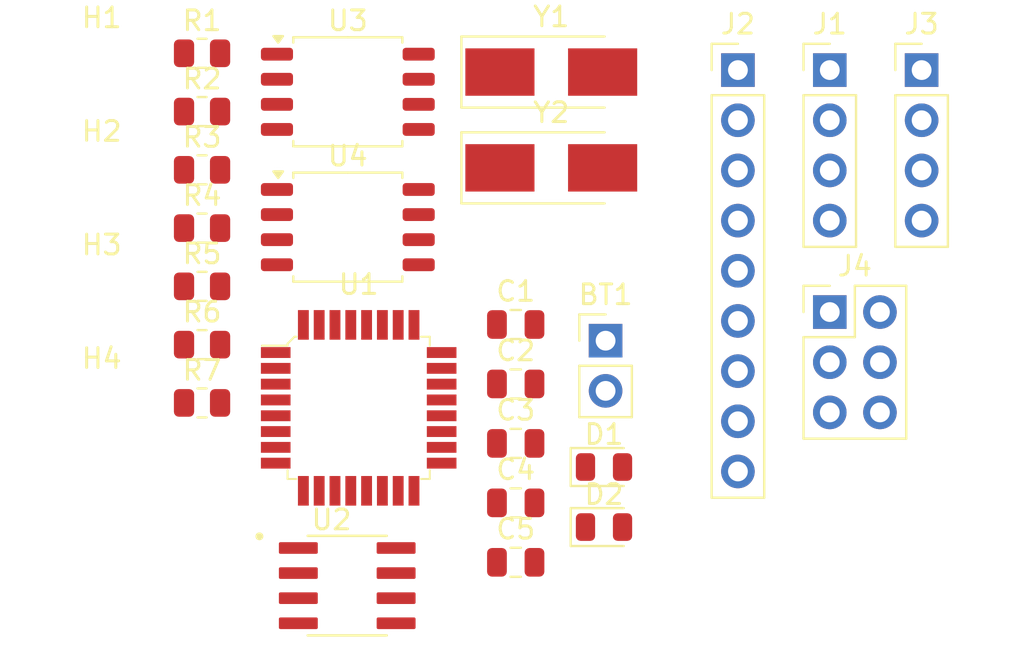
<source format=kicad_pcb>
(kicad_pcb (version 20241229) (generator "pcbnew") (generator_version "9.0")
  (title_block (title "${Project_name}") (date "2026-01-16") (rev "1") (comment 1 "2-layer PCB"))
  (layers (0 "F.Cu" signal) (2 "B.Cu" signal) (13 "F.Paste" user) (15 "B.Paste" user) (5 "F.SilkS" user "F.Silkscreen") (7 "B.SilkS" user "B.Silkscreen") (1 "F.Mask" user) (3 "B.Mask" user) (25 "Edge.Cuts" user))
  (property "Project_name" "MCU Datalogger with memory and clock")
  (net 0 "")
  (net 1 "Net-(BT1-+)")
  (net 2 "GND")
  (net 3 "/Vcc")
  (net 4 "Net-(U1-PB6)")
  (net 5 "Net-(U1-PB7)")
  (net 6 "Net-(U1-AREF)")
  (net 7 "/SCK")
  (net 8 "Net-(D1-K)")
  (net 9 "Net-(D2-K)")
  (net 10 "/SDA")
  (net 11 "/SCL")
  (net 12 "/D4")
  (net 13 "/D3")
  (net 14 "/D6")
  (net 15 "/D2")
  (net 16 "/D8")
  (net 17 "/D7")
  (net 18 "/D5")
  (net 19 "/TX")
  (net 20 "/RX")
  (net 21 "/MOSI")
  (net 22 "/MISO")
  (net 23 "/RESET")
  (net 24 "Net-(U2-~{INTA})")
  (net 25 "Net-(U2-SQW{slash}~INT)")
  (net 35 "Net-(U2-X1)")
  (net 36 "Net-(U2-X2)")
  (footprint "digikey-footprints:TQFP-32_7x7mm" (layer "F.Cu") (at 143.11 94.77)
    (property "Reference" "U1" (at 0 -6.25 0) (layer "F.SilkS"))
    (property "Value" "ATMEGA328P-AU")
    (fp_line (start -3.6 -3.25) (end -3.6 -3.15) (stroke (width 0.1)) (layer "F.SilkS"))
    (fp_line (start -3.6 -3.15) (end -4.9 -3.15) (stroke (width 0.1)) (layer "F.SilkS"))
    (fp_line (start -3.6 3.6) (end -3.6 3.15) (stroke (width 0.1)) (layer "F.SilkS"))
    (fp_line (start -3.6 3.6) (end -3.15 3.6) (stroke (width 0.1)) (layer "F.SilkS"))
    (fp_line (start -3.25 -3.6) (end -3.6 -3.25) (stroke (width 0.1)) (layer "F.SilkS"))
    (fp_line (start -3.15 -3.6) (end -3.25 -3.6) (stroke (width 0.1)) (layer "F.SilkS"))
    (fp_line (start 3.6 -3.6) (end 3.15 -3.6) (stroke (width 0.1)) (layer "F.SilkS"))
    (fp_line (start 3.6 -3.6) (end 3.6 -3.15) (stroke (width 0.1)) (layer "F.SilkS"))
    (fp_line (start 3.6 3.6) (end 3.15 3.6) (stroke (width 0.1)) (layer "F.SilkS"))
    (fp_line (start 3.6 3.6) (end 3.6 3.15) (stroke (width 0.1)) (layer "F.SilkS"))
    (pad "1" smd rect (at -4.2 -2.8) (size 1.5 0.55) (layers "F.Cu" "F.Mask" "F.Paste") (net 13 "/D3"))
    (pad "2" smd rect (at -4.2 -2) (size 1.5 0.55) (layers "F.Cu" "F.Mask" "F.Paste") (net 12 "/D4"))
    (pad "3" smd rect (at -4.2 -1.2) (size 1.5 0.55) (layers "F.Cu" "F.Mask" "F.Paste") (net 2 "GND"))
    (pad "4" smd rect (at -4.2 -0.4) (size 1.5 0.55) (layers "F.Cu" "F.Mask" "F.Paste") (net 1 "Net-(BT1-+)"))
    (pad "5" smd rect (at -4.2 0.4) (size 1.5 0.55) (layers "F.Cu" "F.Mask" "F.Paste") (net 2 "GND"))
    (pad "6" smd rect (at -4.2 1.2) (size 1.5 0.55) (layers "F.Cu" "F.Mask" "F.Paste"))
    (pad "7" smd rect (at -4.2 2) (size 1.5 0.55) (layers "F.Cu" "F.Mask" "F.Paste") (net 4 "Net-(U1-PB6)"))
    (pad "8" smd rect (at -4.2 2.8) (size 1.5 0.55) (layers "F.Cu" "F.Mask" "F.Paste") (net 5 "Net-(U1-PB7)"))
    (pad "9" smd rect (at -2.8 4.2) (size 0.55 1.5) (layers "F.Cu" "F.Mask" "F.Paste") (net 18 "/D5"))
    (pad "10" smd rect (at -2 4.2) (size 0.55 1.5) (layers "F.Cu" "F.Mask" "F.Paste") (net 14 "/D6"))
    (pad "11" smd rect (at -1.2 4.2) (size 0.55 1.5) (layers "F.Cu" "F.Mask" "F.Paste") (net 17 "/D7"))
    (pad "12" smd rect (at -0.4 4.2) (size 0.55 1.5) (layers "F.Cu" "F.Mask" "F.Paste") (net 16 "/D8"))
    (pad "13" smd rect (at 0.4 4.2) (size 0.55 1.5) (layers "F.Cu" "F.Mask" "F.Paste"))
    (pad "14" smd rect (at 1.2 4.2) (size 0.55 1.5) (layers "F.Cu" "F.Mask" "F.Paste"))
    (pad "15" smd rect (at 2 4.2) (size 0.55 1.5) (layers "F.Cu" "F.Mask" "F.Paste") (net 21 "/MOSI"))
    (pad "16" smd rect (at 2.8 4.2) (size 0.55 1.5) (layers "F.Cu" "F.Mask" "F.Paste") (net 22 "/MISO"))
    (pad "17" smd rect (at 4.2 2.8) (size 1.5 0.55) (layers "F.Cu" "F.Mask" "F.Paste") (net 7 "/SCK"))
    (pad "18" smd rect (at 4.2 2) (size 1.5 0.55) (layers "F.Cu" "F.Mask" "F.Paste") (net 1 "Net-(BT1-+)"))
    (pad "19" smd rect (at 4.2 1.2) (size 1.5 0.55) (layers "F.Cu" "F.Mask" "F.Paste"))
    (pad "20" smd rect (at 4.2 0.4) (size 1.5 0.55) (layers "F.Cu" "F.Mask" "F.Paste") (net 6 "Net-(U1-AREF)"))
    (pad "21" smd rect (at 4.2 -0.4) (size 1.5 0.55) (layers "F.Cu" "F.Mask" "F.Paste") (net 2 "GND"))
    (pad "22" smd rect (at 4.2 -1.2) (size 1.5 0.55) (layers "F.Cu" "F.Mask" "F.Paste"))
    (pad "23" smd rect (at 4.2 -2) (size 1.5 0.55) (layers "F.Cu" "F.Mask" "F.Paste"))
    (pad "24" smd rect (at 4.2 -2.8) (size 1.5 0.55) (layers "F.Cu" "F.Mask" "F.Paste"))
    (pad "25" smd rect (at 2.8 -4.2) (size 0.55 1.5) (layers "F.Cu" "F.Mask" "F.Paste"))
    (pad "26" smd rect (at 2 -4.2) (size 0.55 1.5) (layers "F.Cu" "F.Mask" "F.Paste"))
    (pad "27" smd rect (at 1.2 -4.2) (size 0.55 1.5) (layers "F.Cu" "F.Mask" "F.Paste") (net 10 "/SDA"))
    (pad "28" smd rect (at 0.4 -4.2) (size 0.55 1.5) (layers "F.Cu" "F.Mask" "F.Paste") (net 11 "/SCL"))
    (pad "29" smd rect (at -0.4 -4.2) (size 0.55 1.5) (layers "F.Cu" "F.Mask" "F.Paste") (net 23 "/RESET"))
    (pad "30" smd rect (at -1.2 -4.2) (size 0.55 1.5) (layers "F.Cu" "F.Mask" "F.Paste") (net 20 "/RX"))
    (pad "31" smd rect (at -2 -4.2) (size 0.55 1.5) (layers "F.Cu" "F.Mask" "F.Paste") (net 19 "/TX"))
    (pad "32" smd rect (at -2.8 -4.2) (size 0.55 1.5) (layers "F.Cu" "F.Mask" "F.Paste") (net 15 "/D2"))
  )
  (footprint "Connector_PinHeader_2.54mm:PinHeader_1x02_P2.54mm_Vertical" (layer "F.Cu") (at 155.61 91.37)
    (property "Reference" "BT1" (at 0 -2.33 0) (layer "F.SilkS"))
    (property "Value" "Battery")
    (fp_line (start -1.33 -1.33) (end 0 -1.33) (stroke (width 0.12)) (layer "F.SilkS"))
    (fp_line (start -1.33 0) (end -1.33 -1.33) (stroke (width 0.12)) (layer "F.SilkS"))
    (fp_line (start -1.33 1.27) (end -1.33 3.87) (stroke (width 0.12)) (layer "F.SilkS"))
    (fp_line (start -1.33 1.27) (end 1.33 1.27) (stroke (width 0.12)) (layer "F.SilkS"))
    (fp_line (start -1.33 3.87) (end 1.33 3.87) (stroke (width 0.12)) (layer "F.SilkS"))
    (fp_line (start 1.33 1.27) (end 1.33 3.87) (stroke (width 0.12)) (layer "F.SilkS"))
    (pad "1" thru_hole rect (at 0 0) (size 1.7 1.7) (drill 1) (layers "*.Cu" "*.Mask") (net 1 "Net-(BT1-+)"))
    (pad "2" thru_hole oval (at 0 2.54) (size 1.7 1.7) (drill 1) (layers "*.Cu" "*.Mask") (net 2 "GND"))
  )
  (footprint "MountingHole:MountingHole_2.1mm" (layer "F.Cu") (at 130.1 83.97)
    (property "Reference" "H2" (at 0 -3.2 0) (layer "F.SilkS"))
    (property "Value" "MountingHole")
    (pad "" np_thru_hole circle (at 0 0) (size 2.1 2.1) (drill 2.1) (layers "*.Cu" "*.Mask"))
  )
  (footprint "Connector_PinHeader_2.54mm:PinHeader_1x09_P2.54mm_Vertical" (layer "F.Cu") (at 162.31 77.67)
    (property "Reference" "J2" (at 0 -2.33 0) (layer "F.SilkS"))
    (property "Value" "Conn_01x09")
    (fp_line (start -1.33 -1.33) (end 0 -1.33) (stroke (width 0.12)) (layer "F.SilkS"))
    (fp_line (start -1.33 0) (end -1.33 -1.33) (stroke (width 0.12)) (layer "F.SilkS"))
    (fp_line (start -1.33 1.27) (end -1.33 21.65) (stroke (width 0.12)) (layer "F.SilkS"))
    (fp_line (start -1.33 1.27) (end 1.33 1.27) (stroke (width 0.12)) (layer "F.SilkS"))
    (fp_line (start -1.33 21.65) (end 1.33 21.65) (stroke (width 0.12)) (layer "F.SilkS"))
    (fp_line (start 1.33 1.27) (end 1.33 21.65) (stroke (width 0.12)) (layer "F.SilkS"))
    (pad "1" thru_hole rect (at 0 0) (size 1.7 1.7) (drill 1) (layers "*.Cu" "*.Mask") (net 15 "/D2"))
    (pad "2" thru_hole oval (at 0 2.54) (size 1.7 1.7) (drill 1) (layers "*.Cu" "*.Mask") (net 13 "/D3"))
    (pad "3" thru_hole oval (at 0 5.08) (size 1.7 1.7) (drill 1) (layers "*.Cu" "*.Mask") (net 12 "/D4"))
    (pad "4" thru_hole oval (at 0 7.62) (size 1.7 1.7) (drill 1) (layers "*.Cu" "*.Mask") (net 18 "/D5"))
    (pad "5" thru_hole oval (at 0 10.16) (size 1.7 1.7) (drill 1) (layers "*.Cu" "*.Mask") (net 14 "/D6"))
    (pad "6" thru_hole oval (at 0 12.7) (size 1.7 1.7) (drill 1) (layers "*.Cu" "*.Mask") (net 17 "/D7"))
    (pad "7" thru_hole oval (at 0 15.24) (size 1.7 1.7) (drill 1) (layers "*.Cu" "*.Mask") (net 16 "/D8"))
    (pad "8" thru_hole oval (at 0 17.78) (size 1.7 1.7) (drill 1) (layers "*.Cu" "*.Mask") (net 2 "GND"))
    (pad "9" thru_hole oval (at 0 20.32) (size 1.7 1.7) (drill 1) (layers "*.Cu" "*.Mask") (net 3 "/Vcc"))
  )
  (footprint "Connector_PinHeader_2.54mm:PinHeader_2x03_P2.54mm_Vertical" (layer "F.Cu") (at 166.96 89.92)
    (property "Reference" "J4" (at 1.27 -2.33 0) (layer "F.SilkS"))
    (property "Value" "Conn_02x03_Odd_Even")
    (fp_line (start -1.33 -1.33) (end 0 -1.33) (stroke (width 0.12)) (layer "F.SilkS"))
    (fp_line (start -1.33 0) (end -1.33 -1.33) (stroke (width 0.12)) (layer "F.SilkS"))
    (fp_line (start -1.33 1.27) (end -1.33 6.41) (stroke (width 0.12)) (layer "F.SilkS"))
    (fp_line (start -1.33 1.27) (end 1.27 1.27) (stroke (width 0.12)) (layer "F.SilkS"))
    (fp_line (start -1.33 6.41) (end 3.87 6.41) (stroke (width 0.12)) (layer "F.SilkS"))
    (fp_line (start 1.27 -1.33) (end 3.87 -1.33) (stroke (width 0.12)) (layer "F.SilkS"))
    (fp_line (start 1.27 1.27) (end 1.27 -1.33) (stroke (width 0.12)) (layer "F.SilkS"))
    (fp_line (start 3.87 -1.33) (end 3.87 6.41) (stroke (width 0.12)) (layer "F.SilkS"))
    (pad "1" thru_hole rect (at 0 0) (size 1.7 1.7) (drill 1) (layers "*.Cu" "*.Mask") (net 22 "/MISO"))
    (pad "2" thru_hole oval (at 2.54 0) (size 1.7 1.7) (drill 1) (layers "*.Cu" "*.Mask") (net 3 "/Vcc"))
    (pad "3" thru_hole oval (at 0 2.54) (size 1.7 1.7) (drill 1) (layers "*.Cu" "*.Mask") (net 7 "/SCK"))
    (pad "4" thru_hole oval (at 2.54 2.54) (size 1.7 1.7) (drill 1) (layers "*.Cu" "*.Mask") (net 21 "/MOSI"))
    (pad "5" thru_hole oval (at 0 5.08) (size 1.7 1.7) (drill 1) (layers "*.Cu" "*.Mask") (net 23 "/RESET"))
    (pad "6" thru_hole oval (at 2.54 5.08) (size 1.7 1.7) (drill 1) (layers "*.Cu" "*.Mask") (net 2 "GND"))
  )
  (footprint "Connector_PinHeader_2.54mm:PinHeader_1x04_P2.54mm_Vertical" (layer "F.Cu") (at 171.61 77.67)
    (property "Reference" "J3" (at 0 -2.33 0) (layer "F.SilkS"))
    (property "Value" "Conn_01x04")
    (fp_line (start -1.33 -1.33) (end 0 -1.33) (stroke (width 0.12)) (layer "F.SilkS"))
    (fp_line (start -1.33 0) (end -1.33 -1.33) (stroke (width 0.12)) (layer "F.SilkS"))
    (fp_line (start -1.33 1.27) (end -1.33 8.95) (stroke (width 0.12)) (layer "F.SilkS"))
    (fp_line (start -1.33 1.27) (end 1.33 1.27) (stroke (width 0.12)) (layer "F.SilkS"))
    (fp_line (start -1.33 8.95) (end 1.33 8.95) (stroke (width 0.12)) (layer "F.SilkS"))
    (fp_line (start 1.33 1.27) (end 1.33 8.95) (stroke (width 0.12)) (layer "F.SilkS"))
    (pad "1" thru_hole rect (at 0 0) (size 1.7 1.7) (drill 1) (layers "*.Cu" "*.Mask") (net 2 "GND"))
    (pad "2" thru_hole oval (at 0 2.54) (size 1.7 1.7) (drill 1) (layers "*.Cu" "*.Mask") (net 3 "/Vcc"))
    (pad "3" thru_hole oval (at 0 5.08) (size 1.7 1.7) (drill 1) (layers "*.Cu" "*.Mask") (net 20 "/RX"))
    (pad "4" thru_hole oval (at 0 7.62) (size 1.7 1.7) (drill 1) (layers "*.Cu" "*.Mask") (net 19 "/TX"))
  )
  (footprint "LED_SMD:LED_0805_2012Metric" (layer "F.Cu") (at 155.53 97.765)
    (property "Reference" "D1" (at 0 -1.65 0) (layer "F.SilkS"))
    (property "Value" "LED")
    (fp_line (start -1.685 -0.96) (end -1.685 0.96) (stroke (width 0.12)) (layer "F.SilkS"))
    (fp_line (start -1.685 0.96) (end 1 0.96) (stroke (width 0.12)) (layer "F.SilkS"))
    (fp_line (start 1 -0.96) (end -1.685 -0.96) (stroke (width 0.12)) (layer "F.SilkS"))
    (pad "1" smd roundrect (at -0.9375 0) (size 0.975 1.4) (layers "F.Cu" "F.Mask" "F.Paste") (net 8 "Net-(D1-K)"))
    (pad "2" smd roundrect (at 0.9375 0) (size 0.975 1.4) (layers "F.Cu" "F.Mask" "F.Paste") (net 7 "/SCK"))
  )
  (footprint "Crystal:Crystal_SMD_5032-2Pin_5.0x3.2mm_HandSoldering" (layer "F.Cu") (at 152.86 82.62)
    (property "Reference" "Y2" (at 0 -2.8 0) (layer "F.SilkS"))
    (property "Value" "16 MHz")
    (fp_line (start -4.55 -1.8) (end -4.55 1.8) (stroke (width 0.12)) (layer "F.SilkS"))
    (fp_line (start -4.55 1.8) (end 2.7 1.8) (stroke (width 0.12)) (layer "F.SilkS"))
    (fp_line (start 2.7 -1.8) (end -4.55 -1.8) (stroke (width 0.12)) (layer "F.SilkS"))
    (pad "1" smd rect (at -2.6 0) (size 3.5 2.4) (layers "F.Cu" "F.Mask" "F.Paste") (net 5 "Net-(U1-PB7)"))
    (pad "2" smd rect (at 2.6 0) (size 3.5 2.4) (layers "F.Cu" "F.Mask" "F.Paste") (net 4 "Net-(U1-PB6)"))
  )
  (footprint "Resistor_SMD:R_0805_2012Metric" (layer "F.Cu") (at 135.18 76.82)
    (property "Reference" "R1" (at 0 -1.65 0) (layer "F.SilkS"))
    (property "Value" "10K")
    (fp_line (start -0.227064 -0.735) (end 0.227064 -0.735) (stroke (width 0.12)) (layer "F.SilkS"))
    (fp_line (start -0.227064 0.735) (end 0.227064 0.735) (stroke (width 0.12)) (layer "F.SilkS"))
    (pad "1" smd roundrect (at -0.9125 0) (size 1.025 1.4) (layers "F.Cu" "F.Mask" "F.Paste") (roundrect_rratio 0.243902) (net 3 "/Vcc"))
    (pad "2" smd roundrect (at 0.9125 0) (size 1.025 1.4) (layers "F.Cu" "F.Mask" "F.Paste") (roundrect_rratio 0.243902) (net 24 "Net-(U2-~{INTA})"))
  )
  (footprint "Package_SO:SOIC-8_5.3x5.3mm_P1.27mm" (layer "F.Cu") (at 142.56 85.62)
    (property "Reference" "U4" (at 0 -3.6 0) (layer "F.SilkS"))
    (property "Value" "24LC1025")
    (fp_line (start -2.76 -2.76) (end -2.76 -2.49) (stroke (width 0.12)) (layer "F.SilkS"))
    (fp_line (start -2.76 2.76) (end -2.76 2.49) (stroke (width 0.12)) (layer "F.SilkS"))
    (fp_line (start 0 -2.76) (end -2.76 -2.76) (stroke (width 0.12)) (layer "F.SilkS"))
    (fp_line (start 0 -2.76) (end 2.76 -2.76) (stroke (width 0.12)) (layer "F.SilkS"))
    (fp_line (start 0 2.76) (end -2.76 2.76) (stroke (width 0.12)) (layer "F.SilkS"))
    (fp_line (start 0 2.76) (end 2.76 2.76) (stroke (width 0.12)) (layer "F.SilkS"))
    (fp_line (start 2.76 -2.76) (end 2.76 -2.49) (stroke (width 0.12)) (layer "F.SilkS"))
    (fp_line (start 2.76 2.76) (end 2.76 2.49) (stroke (width 0.12)) (layer "F.SilkS"))
    (fp_poly (pts (xy -3.525 -2.49) (xy -3.765 -2.82) (xy -3.285 -2.82) (xy -3.525 -2.49)) (stroke (width 0.12)) (fill yes) (layer "F.SilkS"))
    (pad "1" smd roundrect (at -3.5875 -1.905) (size 1.625 0.65) (layers "F.Cu" "F.Mask" "F.Paste") (net 3 "/Vcc"))
    (pad "2" smd roundrect (at -3.5875 -0.635) (size 1.625 0.65) (layers "F.Cu" "F.Mask" "F.Paste") (net 2 "GND"))
    (pad "3" smd roundrect (at -3.5875 0.635) (size 1.625 0.65) (layers "F.Cu" "F.Mask" "F.Paste") (net 3 "/Vcc"))
    (pad "4" smd roundrect (at -3.5875 1.905) (size 1.625 0.65) (layers "F.Cu" "F.Mask" "F.Paste") (net 2 "GND"))
    (pad "5" smd roundrect (at 3.5875 1.905) (size 1.625 0.65) (layers "F.Cu" "F.Mask" "F.Paste") (net 10 "/SDA"))
    (pad "6" smd roundrect (at 3.5875 0.635) (size 1.625 0.65) (layers "F.Cu" "F.Mask" "F.Paste") (net 11 "/SCL"))
    (pad "7" smd roundrect (at 3.5875 -0.635) (size 1.625 0.65) (layers "F.Cu" "F.Mask" "F.Paste") (net 2 "GND"))
    (pad "8" smd roundrect (at 3.5875 -1.905) (size 1.625 0.65) (layers "F.Cu" "F.Mask" "F.Paste") (net 3 "/Vcc"))
  )
  (footprint "MountingHole:MountingHole_2.1mm" (layer "F.Cu") (at 130.1 89.72)
    (property "Reference" "H3" (at 0 -3.2 0) (layer "F.SilkS"))
    (property "Value" "MountingHole")
    (pad "" np_thru_hole circle (at 0 0) (size 2.1 2.1) (drill 2.1) (layers "*.Cu" "*.Mask"))
  )
  (footprint "Resistor_SMD:R_0805_2012Metric" (layer "F.Cu") (at 135.18 85.67)
    (property "Reference" "R4" (at 0 -1.65 0) (layer "F.SilkS"))
    (property "Value" "4.7K")
    (fp_line (start -0.227064 -0.735) (end 0.227064 -0.735) (stroke (width 0.12)) (layer "F.SilkS"))
    (fp_line (start -0.227064 0.735) (end 0.227064 0.735) (stroke (width 0.12)) (layer "F.SilkS"))
    (pad "1" smd roundrect (at -0.9125 0) (size 1.025 1.4) (layers "F.Cu" "F.Mask" "F.Paste") (roundrect_rratio 0.243902) (net 3 "/Vcc"))
    (pad "2" smd roundrect (at 0.9125 0) (size 1.025 1.4) (layers "F.Cu" "F.Mask" "F.Paste") (roundrect_rratio 0.243902) (net 10 "/SDA"))
  )
  (footprint "Resistor_SMD:R_0805_2012Metric" (layer "F.Cu") (at 135.18 91.57)
    (property "Reference" "R6" (at 0 -1.65 0) (layer "F.SilkS"))
    (property "Value" "10K")
    (fp_line (start -0.227064 -0.735) (end 0.227064 -0.735) (stroke (width 0.12)) (layer "F.SilkS"))
    (fp_line (start -0.227064 0.735) (end 0.227064 0.735) (stroke (width 0.12)) (layer "F.SilkS"))
    (pad "1" smd roundrect (at -0.9125 0) (size 1.025 1.4) (layers "F.Cu" "F.Mask" "F.Paste") (roundrect_rratio 0.243902) (net 3 "/Vcc"))
    (pad "2" smd roundrect (at 0.9125 0) (size 1.025 1.4) (layers "F.Cu" "F.Mask" "F.Paste") (roundrect_rratio 0.243902) (net 23 "/RESET"))
  )
  (footprint "DS1337S_:SOIC127P600X175-8N" (layer "F.Cu") (at 142.53 103.77)
    (property "Reference" "U2" (at -0.795 -3.332 0) (layer "F.SilkS"))
    (property "Value" "DS1337S_")
    (fp_line (start -2 -2.52) (end 2 -2.52) (stroke (width 0.127)) (layer "F.SilkS"))
    (fp_line (start -2 2.52) (end 2 2.52) (stroke (width 0.127)) (layer "F.SilkS"))
    (fp_circle (center -4.445 -2.495) (end -4.345 -2.495) (stroke (width 0.2)) (fill no) (layer "F.SilkS"))
    (pad "1" smd roundrect (at -2.475 -1.905) (size 1.97 0.59) (layers "F.Cu" "F.Mask" "F.Paste") (roundrect_rratio 0.125) (net 35 "Net-(U2-X1)"))
    (pad "2" smd roundrect (at -2.475 -0.635) (size 1.97 0.59) (layers "F.Cu" "F.Mask" "F.Paste") (roundrect_rratio 0.125) (net 36 "Net-(U2-X2)"))
    (pad "3" smd roundrect (at -2.475 0.635) (size 1.97 0.59) (layers "F.Cu" "F.Mask" "F.Paste") (roundrect_rratio 0.125) (net 24 "Net-(U2-~{INTA})"))
    (pad "4" smd roundrect (at -2.475 1.905) (size 1.97 0.59) (layers "F.Cu" "F.Mask" "F.Paste") (roundrect_rratio 0.125) (net 2 "GND"))
    (pad "5" smd roundrect (at 2.475 1.905) (size 1.97 0.59) (layers "F.Cu" "F.Mask" "F.Paste") (roundrect_rratio 0.125) (net 10 "/SDA"))
    (pad "6" smd roundrect (at 2.475 0.635) (size 1.97 0.59) (layers "F.Cu" "F.Mask" "F.Paste") (roundrect_rratio 0.125) (net 11 "/SCL"))
    (pad "7" smd roundrect (at 2.475 -0.635) (size 1.97 0.59) (layers "F.Cu" "F.Mask" "F.Paste") (roundrect_rratio 0.125) (net 25 "Net-(U2-SQW{slash}~INT)"))
    (pad "8" smd roundrect (at 2.475 -1.905) (size 1.97 0.59) (layers "F.Cu" "F.Mask" "F.Paste") (roundrect_rratio 0.125) (net 3 "/Vcc"))
  )
  (footprint "Capacitor_SMD:C_0805_2012Metric" (layer "F.Cu") (at 151.06 90.55)
    (property "Reference" "C1" (at 0 -1.68 0) (layer "F.SilkS"))
    (property "Value" "0.1uF")
    (fp_line (start -0.261252 -0.735) (end 0.261252 -0.735) (stroke (width 0.12)) (layer "F.SilkS"))
    (fp_line (start -0.261252 0.735) (end 0.261252 0.735) (stroke (width 0.12)) (layer "F.SilkS"))
    (pad "1" smd roundrect (at -0.95 0) (size 1 1.45) (layers "F.Cu" "F.Mask" "F.Paste") (net 3 "/Vcc"))
    (pad "2" smd roundrect (at 0.95 0) (size 1 1.45) (layers "F.Cu" "F.Mask" "F.Paste") (net 2 "GND"))
  )
  (footprint "Connector_PinHeader_2.54mm:PinHeader_1x04_P2.54mm_Vertical" (layer "F.Cu") (at 166.96 77.67)
    (property "Reference" "J1" (at 0 -2.33 0) (layer "F.SilkS"))
    (property "Value" "Conn_01x04")
    (fp_line (start -1.33 -1.33) (end 0 -1.33) (stroke (width 0.12)) (layer "F.SilkS"))
    (fp_line (start -1.33 0) (end -1.33 -1.33) (stroke (width 0.12)) (layer "F.SilkS"))
    (fp_line (start -1.33 1.27) (end -1.33 8.95) (stroke (width 0.12)) (layer "F.SilkS"))
    (fp_line (start -1.33 1.27) (end 1.33 1.27) (stroke (width 0.12)) (layer "F.SilkS"))
    (fp_line (start -1.33 8.95) (end 1.33 8.95) (stroke (width 0.12)) (layer "F.SilkS"))
    (fp_line (start 1.33 1.27) (end 1.33 8.95) (stroke (width 0.12)) (layer "F.SilkS"))
    (pad "1" thru_hole rect (at 0 0) (size 1.7 1.7) (drill 1) (layers "*.Cu" "*.Mask") (net 2 "GND"))
    (pad "2" thru_hole oval (at 0 2.54) (size 1.7 1.7) (drill 1) (layers "*.Cu" "*.Mask") (net 3 "/Vcc"))
    (pad "3" thru_hole oval (at 0 5.08) (size 1.7 1.7) (drill 1) (layers "*.Cu" "*.Mask") (net 10 "/SDA"))
    (pad "4" thru_hole oval (at 0 7.62) (size 1.7 1.7) (drill 1) (layers "*.Cu" "*.Mask") (net 11 "/SCL"))
  )
  (footprint "Resistor_SMD:R_0805_2012Metric" (layer "F.Cu") (at 135.18 82.72)
    (property "Reference" "R3" (at 0 -1.65 0) (layer "F.SilkS"))
    (property "Value" "4.7K")
    (fp_line (start -0.227064 -0.735) (end 0.227064 -0.735) (stroke (width 0.12)) (layer "F.SilkS"))
    (fp_line (start -0.227064 0.735) (end 0.227064 0.735) (stroke (width 0.12)) (layer "F.SilkS"))
    (pad "1" smd roundrect (at -0.9125 0) (size 1.025 1.4) (layers "F.Cu" "F.Mask" "F.Paste") (roundrect_rratio 0.243902) (net 3 "/Vcc"))
    (pad "2" smd roundrect (at 0.9125 0) (size 1.025 1.4) (layers "F.Cu" "F.Mask" "F.Paste") (roundrect_rratio 0.243902) (net 11 "/SCL"))
  )
  (footprint "LED_SMD:LED_0805_2012Metric" (layer "F.Cu") (at 155.53 100.805)
    (property "Reference" "D2" (at 0 -1.65 0) (layer "F.SilkS"))
    (property "Value" "LED")
    (fp_line (start -1.685 -0.96) (end -1.685 0.96) (stroke (width 0.12)) (layer "F.SilkS"))
    (fp_line (start -1.685 0.96) (end 1 0.96) (stroke (width 0.12)) (layer "F.SilkS"))
    (fp_line (start 1 -0.96) (end -1.685 -0.96) (stroke (width 0.12)) (layer "F.SilkS"))
    (pad "1" smd roundrect (at -0.9375 0) (size 0.975 1.4) (layers "F.Cu" "F.Mask" "F.Paste") (net 9 "Net-(D2-K)"))
    (pad "2" smd roundrect (at 0.9375 0) (size 0.975 1.4) (layers "F.Cu" "F.Mask" "F.Paste") (net 1 "Net-(BT1-+)"))
  )
  (footprint "Resistor_SMD:R_0805_2012Metric" (layer "F.Cu") (at 135.18 94.52)
    (property "Reference" "R7" (at 0 -1.65 0) (layer "F.SilkS"))
    (property "Value" "330")
    (fp_line (start -0.227064 -0.735) (end 0.227064 -0.735) (stroke (width 0.12)) (layer "F.SilkS"))
    (fp_line (start -0.227064 0.735) (end 0.227064 0.735) (stroke (width 0.12)) (layer "F.SilkS"))
    (pad "1" smd roundrect (at -0.9125 0) (size 1.025 1.4) (layers "F.Cu" "F.Mask" "F.Paste") (roundrect_rratio 0.243902) (net 9 "Net-(D2-K)"))
    (pad "2" smd roundrect (at 0.9125 0) (size 1.025 1.4) (layers "F.Cu" "F.Mask" "F.Paste") (roundrect_rratio 0.243902) (net 2 "GND"))
  )
  (footprint "MountingHole:MountingHole_2.1mm" (layer "F.Cu") (at 130.1 95.47)
    (property "Reference" "H4" (at 0 -3.2 0) (layer "F.SilkS"))
    (property "Value" "MountingHole")
    (pad "" np_thru_hole circle (at 0 0) (size 2.1 2.1) (drill 2.1) (layers "*.Cu" "*.Mask"))
  )
  (footprint "Capacitor_SMD:C_0805_2012Metric" (layer "F.Cu") (at 151.06 96.57)
    (property "Reference" "C3" (at 0 -1.68 0) (layer "F.SilkS"))
    (property "Value" "22pF")
    (fp_line (start -0.261252 -0.735) (end 0.261252 -0.735) (stroke (width 0.12)) (layer "F.SilkS"))
    (fp_line (start -0.261252 0.735) (end 0.261252 0.735) (stroke (width 0.12)) (layer "F.SilkS"))
    (pad "1" smd roundrect (at -0.95 0) (size 1 1.45) (layers "F.Cu" "F.Mask" "F.Paste") (net 2 "GND"))
    (pad "2" smd roundrect (at 0.95 0) (size 1 1.45) (layers "F.Cu" "F.Mask" "F.Paste") (net 5 "Net-(U1-PB7)"))
  )
  (footprint "Capacitor_SMD:C_0805_2012Metric" (layer "F.Cu") (at 151.06 102.59)
    (property "Reference" "C5" (at 0 -1.68 0) (layer "F.SilkS"))
    (property "Value" "100nF")
    (fp_line (start -0.261252 -0.735) (end 0.261252 -0.735) (stroke (width 0.12)) (layer "F.SilkS"))
    (fp_line (start -0.261252 0.735) (end 0.261252 0.735) (stroke (width 0.12)) (layer "F.SilkS"))
    (pad "1" smd roundrect (at -0.95 0) (size 1 1.45) (layers "F.Cu" "F.Mask" "F.Paste") (net 1 "Net-(BT1-+)"))
    (pad "2" smd roundrect (at 0.95 0) (size 1 1.45) (layers "F.Cu" "F.Mask" "F.Paste") (net 2 "GND"))
  )
  (footprint "Package_SO:SOIC-8_5.3x5.3mm_P1.27mm" (layer "F.Cu") (at 142.56 78.77)
    (property "Reference" "U3" (at 0 -3.6 0) (layer "F.SilkS"))
    (property "Value" "24LC1025")
    (fp_line (start -2.76 -2.76) (end -2.76 -2.49) (stroke (width 0.12)) (layer "F.SilkS"))
    (fp_line (start -2.76 2.76) (end -2.76 2.49) (stroke (width 0.12)) (layer "F.SilkS"))
    (fp_line (start 0 -2.76) (end -2.76 -2.76) (stroke (width 0.12)) (layer "F.SilkS"))
    (fp_line (start 0 -2.76) (end 2.76 -2.76) (stroke (width 0.12)) (layer "F.SilkS"))
    (fp_line (start 0 2.76) (end -2.76 2.76) (stroke (width 0.12)) (layer "F.SilkS"))
    (fp_line (start 0 2.76) (end 2.76 2.76) (stroke (width 0.12)) (layer "F.SilkS"))
    (fp_line (start 2.76 -2.76) (end 2.76 -2.49) (stroke (width 0.12)) (layer "F.SilkS"))
    (fp_line (start 2.76 2.76) (end 2.76 2.49) (stroke (width 0.12)) (layer "F.SilkS"))
    (fp_poly (pts (xy -3.525 -2.49) (xy -3.765 -2.82) (xy -3.285 -2.82) (xy -3.525 -2.49)) (stroke (width 0.12)) (fill yes) (layer "F.SilkS"))
    (pad "1" smd roundrect (at -3.5875 -1.905) (size 1.625 0.65) (layers "F.Cu" "F.Mask" "F.Paste") (net 3 "/Vcc"))
    (pad "2" smd roundrect (at -3.5875 -0.635) (size 1.625 0.65) (layers "F.Cu" "F.Mask" "F.Paste") (net 3 "/Vcc"))
    (pad "3" smd roundrect (at -3.5875 0.635) (size 1.625 0.65) (layers "F.Cu" "F.Mask" "F.Paste") (net 3 "/Vcc"))
    (pad "4" smd roundrect (at -3.5875 1.905) (size 1.625 0.65) (layers "F.Cu" "F.Mask" "F.Paste") (net 2 "GND"))
    (pad "5" smd roundrect (at 3.5875 1.905) (size 1.625 0.65) (layers "F.Cu" "F.Mask" "F.Paste") (net 10 "/SDA"))
    (pad "6" smd roundrect (at 3.5875 0.635) (size 1.625 0.65) (layers "F.Cu" "F.Mask" "F.Paste") (net 11 "/SCL"))
    (pad "7" smd roundrect (at 3.5875 -0.635) (size 1.625 0.65) (layers "F.Cu" "F.Mask" "F.Paste") (net 2 "GND"))
    (pad "8" smd roundrect (at 3.5875 -1.905) (size 1.625 0.65) (layers "F.Cu" "F.Mask" "F.Paste") (net 3 "/Vcc"))
  )
  (footprint "MountingHole:MountingHole_2.1mm" (layer "F.Cu") (at 130.1 78.22)
    (property "Reference" "H1" (at 0 -3.2 0) (layer "F.SilkS"))
    (property "Value" "MountingHole")
    (pad "" np_thru_hole circle (at 0 0) (size 2.1 2.1) (drill 2.1) (layers "*.Cu" "*.Mask"))
  )
  (footprint "Capacitor_SMD:C_0805_2012Metric" (layer "F.Cu") (at 151.06 99.58)
    (property "Reference" "C4" (at 0 -1.68 0) (layer "F.SilkS"))
    (property "Value" "0.1uF")
    (fp_line (start -0.261252 -0.735) (end 0.261252 -0.735) (stroke (width 0.12)) (layer "F.SilkS"))
    (fp_line (start -0.261252 0.735) (end 0.261252 0.735) (stroke (width 0.12)) (layer "F.SilkS"))
    (pad "1" smd roundrect (at -0.95 0) (size 1 1.45) (layers "F.Cu" "F.Mask" "F.Paste") (net 6 "Net-(U1-AREF)"))
    (pad "2" smd roundrect (at 0.95 0) (size 1 1.45) (layers "F.Cu" "F.Mask" "F.Paste") (net 2 "GND"))
  )
  (footprint "Resistor_SMD:R_0805_2012Metric" (layer "F.Cu") (at 135.18 79.77)
    (property "Reference" "R2" (at 0 -1.65 0) (layer "F.SilkS"))
    (property "Value" "10K")
    (fp_line (start -0.227064 -0.735) (end 0.227064 -0.735) (stroke (width 0.12)) (layer "F.SilkS"))
    (fp_line (start -0.227064 0.735) (end 0.227064 0.735) (stroke (width 0.12)) (layer "F.SilkS"))
    (pad "1" smd roundrect (at -0.9125 0) (size 1.025 1.4) (layers "F.Cu" "F.Mask" "F.Paste") (roundrect_rratio 0.243902) (net 3 "/Vcc"))
    (pad "2" smd roundrect (at 0.9125 0) (size 1.025 1.4) (layers "F.Cu" "F.Mask" "F.Paste") (roundrect_rratio 0.243902) (net 25 "Net-(U2-SQW{slash}~INT)"))
  )
  (footprint "Capacitor_SMD:C_0805_2012Metric" (layer "F.Cu") (at 151.06 93.56)
    (property "Reference" "C2" (at 0 -1.68 0) (layer "F.SilkS"))
    (property "Value" "22pF")
    (fp_line (start -0.261252 -0.735) (end 0.261252 -0.735) (stroke (width 0.12)) (layer "F.SilkS"))
    (fp_line (start -0.261252 0.735) (end 0.261252 0.735) (stroke (width 0.12)) (layer "F.SilkS"))
    (pad "1" smd roundrect (at -0.95 0) (size 1 1.45) (layers "F.Cu" "F.Mask" "F.Paste") (net 2 "GND"))
    (pad "2" smd roundrect (at 0.95 0) (size 1 1.45) (layers "F.Cu" "F.Mask" "F.Paste") (net 4 "Net-(U1-PB6)"))
  )
  (footprint "Crystal:Crystal_SMD_5032-2Pin_5.0x3.2mm_HandSoldering" (layer "F.Cu") (at 152.86 77.77)
    (property "Reference" "Y1" (at 0 -2.8 0) (layer "F.SilkS"))
    (property "Value" "32.768 KHz")
    (fp_line (start -4.55 -1.8) (end -4.55 1.8) (stroke (width 0.12)) (layer "F.SilkS"))
    (fp_line (start -4.55 1.8) (end 2.7 1.8) (stroke (width 0.12)) (layer "F.SilkS"))
    (fp_line (start 2.7 -1.8) (end -4.55 -1.8) (stroke (width 0.12)) (layer "F.SilkS"))
    (pad "1" smd rect (at -2.6 0) (size 3.5 2.4) (layers "F.Cu" "F.Mask" "F.Paste") (net 36 "Net-(U2-X2)"))
    (pad "2" smd rect (at 2.6 0) (size 3.5 2.4) (layers "F.Cu" "F.Mask" "F.Paste") (net 35 "Net-(U2-X1)"))
  )
  (footprint "Resistor_SMD:R_0805_2012Metric" (layer "F.Cu") (at 135.18 88.62)
    (property "Reference" "R5" (at 0 -1.65 0) (layer "F.SilkS"))
    (property "Value" "330")
    (fp_line (start -0.227064 -0.735) (end 0.227064 -0.735) (stroke (width 0.12)) (layer "F.SilkS"))
    (fp_line (start -0.227064 0.735) (end 0.227064 0.735) (stroke (width 0.12)) (layer "F.SilkS"))
    (pad "1" smd roundrect (at -0.9125 0) (size 1.025 1.4) (layers "F.Cu" "F.Mask" "F.Paste") (roundrect_rratio 0.243902) (net 2 "GND"))
    (pad "2" smd roundrect (at 0.9125 0) (size 1.025 1.4) (layers "F.Cu" "F.Mask" "F.Paste") (roundrect_rratio 0.243902) (net 8 "Net-(D1-K)"))
  )
)
</source>
